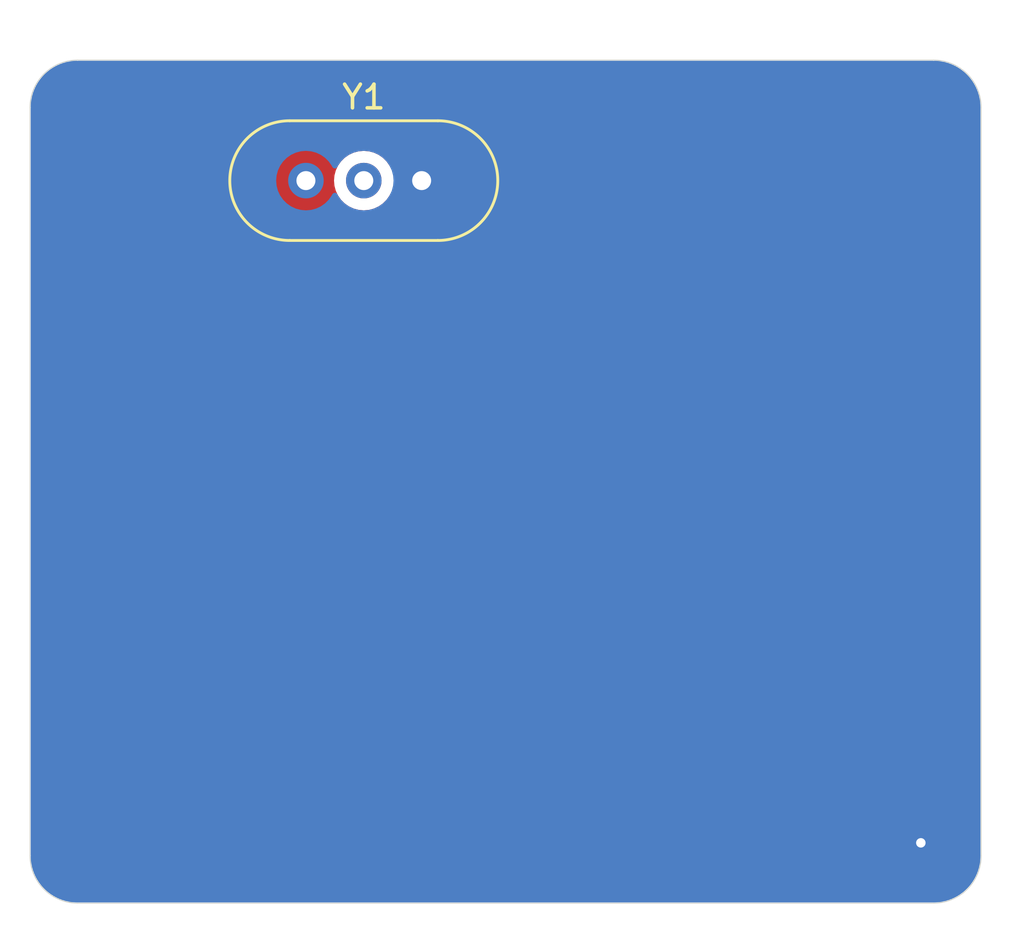
<source format=kicad_pcb>
(kicad_pcb (version 20221018) (generator pcbnew)
  (layers (0 "F.Cu" signal) (31 "B.Cu" signal) (34 "B.Paste" user) (35 "F.Paste" user) (36 "B.SilkS" user "B.Silkscreen") (37 "F.SilkS" user "F.Silkscreen") (38 "B.Mask" user) (39 "F.Mask" user) (44 "Edge.Cuts" user))
  (net 0 "")
  (net 1 "/NET1")
  (net 2 "GND")
  (net 3 "/NET2")
  (footprint "Crystal:Crystal_HC49-U-3Pin_Vertical" (layer "F.Cu") (at 11.63 5.08)
    (fp_text reference "Y1" (at 2.44 -3.525) (layer "F.SilkS"))
    (fp_text value "Crystal_GND3" hide)
    (fp_line (start -0.685 -2.525) (end 5.565 -2.525) (stroke (width 0.12)) (layer "F.SilkS"))
    (fp_line (start -0.685 2.525) (end 5.565 2.525) (stroke (width 0.12)) (layer "F.SilkS"))
    (fp_arc (start -0.685 2.525) (mid -3.21 0) (end -0.685 -2.525) (stroke (width 0.12)) (layer "F.SilkS"))
    (fp_arc (start 5.565 -2.525) (mid 8.09 0) (end 5.565 2.525) (stroke (width 0.12)) (layer "F.SilkS"))
    (pad "1" thru_hole circle (at 0 0) (size 1.5 1.5) (drill 0.8) (layers "*.Cu" "*.Mask") (net 1 "/NET1"))
    (pad "2" thru_hole circle (at 2.44 0) (size 1.5 1.5) (drill 0.8) (layers "*.Cu" "*.Mask") (net 3 "/NET2"))
    (pad "3" thru_hole circle (at 4.88 0) (size 1.5 1.5) (drill 0.8) (layers "*.Cu" "*.Mask") (net 2 "GND"))
  )
  (gr_line (start 38.1 35.56) (end 2 35.56) (stroke (width 0.05)) (layer "Edge.Cuts"))
  (gr_line (start 2 0) (end 38.1 0) (stroke (width 0.05)) (layer "Edge.Cuts"))
  (gr_arc (start 2 35.56) (mid 0.585786 34.974214) (end 0 33.56) (stroke (width 0.05)) (layer "Edge.Cuts"))
  (gr_arc (start 40.1 33.56) (mid 39.514214 34.974214) (end 38.1 35.56) (stroke (width 0.05)) (layer "Edge.Cuts"))
  (gr_line (start 0 33.56) (end 0 2) (stroke (width 0.05)) (layer "Edge.Cuts"))
  (gr_arc (start 0 2) (mid 0.585786 0.585786) (end 2 0) (stroke (width 0.05)) (layer "Edge.Cuts"))
  (gr_arc (start 38.1 0) (mid 39.514214 0.585786) (end 40.1 2) (stroke (width 0.05)) (layer "Edge.Cuts"))
  (gr_line (start 40.1 2) (end 40.1 33.56) (stroke (width 0.05)) (layer "Edge.Cuts"))
  (via (at 37.56 33.02) (size 0.8) (drill 0.4) (layers "F.Cu" "B.Cu") (net 2))
  (zone (net 0) (net_name "") (layer "F.Cu") (connect_pads (clearance 0)) (min_thickness 0.25)
    (keepout (tracks not_allowed) (vias not_allowed) (pads not_allowed) (copperpour not_allowed) (footprints allowed))
    (fill (thermal_gap 0.5) (thermal_bridge_width 0.5) (island_removal_mode 1) (island_area_min 10))
    (polygon (pts (xy 17.78 13.97) (xy 27.94 3.81) (xy 27.94 21.59) (xy 17.78 21.59)))
  )
  (zone (net 1) (net_name "/NET1") (layer "F.Cu") (name "Zinside") (priority 2) (connect_pads yes (clearance 0.5)) (min_thickness 0.25) (fill yes (thermal_gap 0.5) (thermal_bridge_width 0.5) (island_removal_mode 1) (island_area_min 10))
    (polygon (pts (xy 6.35 -2.54) (xy 6.35 8.89) (xy 34.29 8.89) (xy 34.29 -2.54)))
  )
  (zone (net 2) (net_name "GND") (layers "F&B.Cu") (name "Zoutside") (priority 1) (connect_pads yes (clearance 0.5)) (min_thickness 0.25) (fill yes (thermal_gap 0.5) (thermal_bridge_width 0.5) (island_removal_mode 1) (island_area_min 10))
    (polygon (pts (xy -1.27 -1.27) (xy 41.91 -1.27) (xy 41.91 36.83) (xy -1.27 36.83)))
  )
)
</source>
